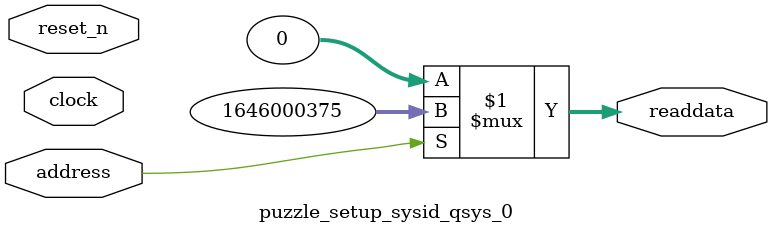
<source format=v>



// synthesis translate_off
`timescale 1ns / 1ps
// synthesis translate_on

// turn off superfluous verilog processor warnings 
// altera message_level Level1 
// altera message_off 10034 10035 10036 10037 10230 10240 10030 

module puzzle_setup_sysid_qsys_0 (
               // inputs:
                address,
                clock,
                reset_n,

               // outputs:
                readdata
             )
;

  output  [ 31: 0] readdata;
  input            address;
  input            clock;
  input            reset_n;

  wire    [ 31: 0] readdata;
  //control_slave, which is an e_avalon_slave
  assign readdata = address ? 1646000375 : 0;

endmodule



</source>
